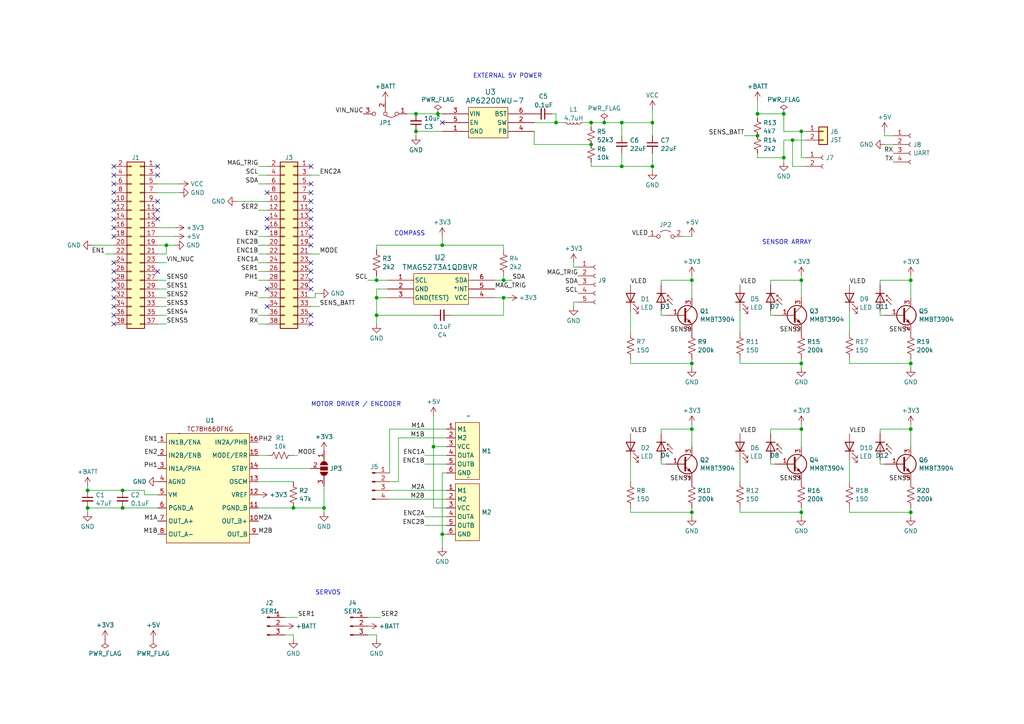
<source format=kicad_sch>
(kicad_sch (version 20230121) (generator eeschema)
  (paper "A4")
  (junction (at 200.66 148.59))
  (junction (at 264.16 105.41))
  (junction (at 200.66 81.28))
  (junction (at 200.66 124.46))
  (junction (at 232.41 148.59))
  (junction (at 232.41 105.41))
  (junction (at 25.4 142.24))
  (junction (at 146.05 81.28))
  (junction (at 189.23 35.56))
  (junction (at 128.27 71.12))
  (junction (at 264.16 124.46))
  (junction (at 175.26 35.56))
  (junction (at 180.34 48.26))
  (junction (at 219.71 39.37))
  (junction (at 93.98 147.32))
  (junction (at 125.73 129.54))
  (junction (at 35.56 142.24))
  (junction (at 232.41 124.46))
  (junction (at 180.34 35.56))
  (junction (at 48.26 71.12))
  (junction (at 120.65 33.02))
  (junction (at 232.41 38.1))
  (junction (at 109.22 81.28))
  (junction (at 171.45 35.56))
  (junction (at 171.45 41.91))
  (junction (at 227.33 33.02))
  (junction (at 227.33 45.72))
  (junction (at 264.16 81.28))
  (junction (at 120.65 38.1))
  (junction (at 232.41 81.28))
  (junction (at 128.27 154.94))
  (junction (at 219.71 33.02))
  (junction (at 146.05 86.36))
  (junction (at 229.87 40.64))
  (junction (at 127 33.02))
  (junction (at 35.56 147.32))
  (junction (at 189.23 48.26))
  (junction (at 85.09 147.32))
  (junction (at 161.29 35.56))
  (junction (at 109.22 86.36))
  (junction (at 25.4 147.32))
  (junction (at 109.22 91.44))
  (junction (at 200.66 105.41))
  (junction (at 264.16 148.59))
  (no_connect (at 33.02 60.96))
  (no_connect (at 90.17 78.74))
  (no_connect (at 33.02 86.36))
  (no_connect (at 90.17 83.82))
  (no_connect (at 45.72 78.74))
  (no_connect (at 33.02 68.58))
  (no_connect (at 90.17 66.04))
  (no_connect (at 90.17 91.44))
  (no_connect (at 33.02 81.28))
  (no_connect (at 45.72 48.26))
  (no_connect (at 45.72 50.8))
  (no_connect (at 33.02 76.2))
  (no_connect (at 90.17 81.28))
  (no_connect (at 33.02 83.82))
  (no_connect (at 33.02 58.42))
  (no_connect (at 90.17 53.34))
  (no_connect (at 90.17 58.42))
  (no_connect (at 45.72 63.5))
  (no_connect (at 90.17 76.2))
  (no_connect (at 90.17 60.96))
  (no_connect (at 90.17 68.58))
  (no_connect (at 33.02 48.26))
  (no_connect (at 33.02 91.44))
  (no_connect (at 77.47 88.9))
  (no_connect (at 90.17 93.98))
  (no_connect (at 33.02 78.74))
  (no_connect (at 77.47 55.88))
  (no_connect (at 33.02 88.9))
  (no_connect (at 45.72 60.96))
  (no_connect (at 90.17 55.88))
  (no_connect (at 90.17 48.26))
  (no_connect (at 77.47 83.82))
  (no_connect (at 45.72 58.42))
  (no_connect (at 77.47 63.5))
  (no_connect (at 90.17 63.5))
  (no_connect (at 33.02 50.8))
  (no_connect (at 33.02 66.04))
  (no_connect (at 33.02 93.98))
  (no_connect (at 33.02 55.88))
  (no_connect (at 128.27 35.56))
  (no_connect (at 90.17 71.12))
  (no_connect (at 33.02 63.5))
  (no_connect (at 33.02 53.34))
  (no_connect (at 77.47 66.04))
  (wire (pts (xy 214.63 148.59) (xy 214.63 147.32)))
  (wire (pts (xy 45.72 73.66) (xy 48.26 73.66)))
  (wire (pts (xy 189.23 39.37) (xy 189.23 35.56)))
  (wire (pts (xy 246.38 105.41) (xy 246.38 104.14)))
  (wire (pts (xy 74.93 81.28) (xy 77.47 81.28)))
  (wire (pts (xy 125.73 120.65) (xy 125.73 129.54)))
  (wire (pts (xy 128.27 68.58) (xy 128.27 71.12)))
  (wire (pts (xy 74.93 86.36) (xy 77.47 86.36)))
  (wire (pts (xy 74.93 91.44) (xy 77.47 91.44)))
  (wire (pts (xy 166.37 88.9) (xy 166.37 87.63)))
  (wire (pts (xy 25.4 140.97) (xy 25.4 142.24)))
  (wire (pts (xy 125.73 129.54) (xy 125.73 147.32)))
  (wire (pts (xy 74.93 68.58) (xy 77.47 68.58)))
  (wire (pts (xy 264.16 105.41) (xy 246.38 105.41)))
  (wire (pts (xy 264.16 124.46) (xy 264.16 129.54)))
  (wire (pts (xy 109.22 81.28) (xy 109.22 80.01)))
  (wire (pts (xy 109.22 81.28) (xy 112.395 81.28)))
  (wire (pts (xy 85.09 185.42) (xy 85.09 184.15)))
  (wire (pts (xy 146.05 86.36) (xy 146.05 91.44)))
  (wire (pts (xy 256.54 39.37) (xy 259.08 39.37)))
  (wire (pts (xy 26.67 71.12) (xy 33.02 71.12)))
  (wire (pts (xy 110.49 179.07) (xy 106.68 179.07)))
  (wire (pts (xy 146.05 71.12) (xy 128.27 71.12)))
  (wire (pts (xy 219.71 44.45) (xy 219.71 45.72)))
  (wire (pts (xy 191.77 91.44) (xy 193.04 91.44)))
  (wire (pts (xy 182.88 148.59) (xy 182.88 147.32)))
  (wire (pts (xy 113.03 137.16) (xy 113.03 124.46)))
  (wire (pts (xy 109.22 83.82) (xy 109.22 86.36)))
  (wire (pts (xy 48.26 83.82) (xy 45.72 83.82)))
  (wire (pts (xy 92.71 88.9) (xy 90.17 88.9)))
  (wire (pts (xy 191.77 81.28) (xy 200.66 81.28)))
  (wire (pts (xy 232.41 106.68) (xy 232.41 105.41)))
  (wire (pts (xy 161.29 35.56) (xy 163.83 35.56)))
  (wire (pts (xy 198.12 68.58) (xy 200.66 68.58)))
  (wire (pts (xy 129.54 137.16) (xy 128.27 137.16)))
  (wire (pts (xy 48.26 93.98) (xy 45.72 93.98)))
  (wire (pts (xy 48.26 73.66) (xy 48.26 71.12)))
  (wire (pts (xy 146.05 81.28) (xy 146.05 80.01)))
  (wire (pts (xy 109.22 184.15) (xy 106.68 184.15)))
  (wire (pts (xy 166.37 87.63) (xy 167.64 87.63)))
  (wire (pts (xy 191.77 124.46) (xy 200.66 124.46)))
  (wire (pts (xy 123.19 134.62) (xy 129.54 134.62)))
  (wire (pts (xy 91.44 86.36) (xy 90.17 86.36)))
  (wire (pts (xy 223.52 91.44) (xy 224.79 91.44)))
  (wire (pts (xy 115.57 127) (xy 129.54 127)))
  (wire (pts (xy 180.34 48.26) (xy 180.34 44.45)))
  (wire (pts (xy 227.33 45.72) (xy 227.33 40.64)))
  (wire (pts (xy 264.16 81.28) (xy 264.16 86.36)))
  (wire (pts (xy 189.23 48.26) (xy 189.23 49.53)))
  (wire (pts (xy 264.16 148.59) (xy 246.38 148.59)))
  (wire (pts (xy 223.52 81.28) (xy 232.41 81.28)))
  (wire (pts (xy 85.09 184.15) (xy 82.55 184.15)))
  (wire (pts (xy 255.27 81.28) (xy 255.27 82.55)))
  (wire (pts (xy 113.03 139.7) (xy 115.57 139.7)))
  (wire (pts (xy 74.93 139.7) (xy 85.09 139.7)))
  (wire (pts (xy 200.66 105.41) (xy 200.66 104.14)))
  (wire (pts (xy 227.33 46.99) (xy 227.33 45.72)))
  (wire (pts (xy 120.65 33.02) (xy 127 33.02)))
  (wire (pts (xy 93.98 147.32) (xy 93.98 148.59)))
  (wire (pts (xy 175.26 35.56) (xy 180.34 35.56)))
  (wire (pts (xy 255.27 134.62) (xy 256.54 134.62)))
  (wire (pts (xy 182.88 133.35) (xy 182.88 139.7)))
  (wire (pts (xy 232.41 148.59) (xy 214.63 148.59)))
  (wire (pts (xy 200.66 149.86) (xy 200.66 148.59)))
  (wire (pts (xy 255.27 124.46) (xy 255.27 125.73)))
  (wire (pts (xy 200.66 148.59) (xy 200.66 147.32)))
  (wire (pts (xy 256.54 38.1) (xy 256.54 39.37)))
  (wire (pts (xy 255.27 133.35) (xy 255.27 134.62)))
  (wire (pts (xy 92.71 50.8) (xy 90.17 50.8)))
  (wire (pts (xy 45.72 71.12) (xy 48.26 71.12)))
  (wire (pts (xy 189.23 31.75) (xy 189.23 35.56)))
  (wire (pts (xy 200.66 105.41) (xy 182.88 105.41)))
  (wire (pts (xy 232.41 148.59) (xy 232.41 147.32)))
  (wire (pts (xy 127 33.02) (xy 128.27 33.02)))
  (wire (pts (xy 191.77 124.46) (xy 191.77 125.73)))
  (wire (pts (xy 74.93 53.34) (xy 77.47 53.34)))
  (wire (pts (xy 229.87 48.26) (xy 233.68 48.26)))
  (wire (pts (xy 74.93 78.74) (xy 77.47 78.74)))
  (wire (pts (xy 246.38 148.59) (xy 246.38 147.32)))
  (wire (pts (xy 171.45 41.91) (xy 154.94 41.91)))
  (wire (pts (xy 48.26 81.28) (xy 45.72 81.28)))
  (wire (pts (xy 143.51 81.28) (xy 146.05 81.28)))
  (wire (pts (xy 264.16 105.41) (xy 264.16 104.14)))
  (wire (pts (xy 160.02 33.02) (xy 161.29 33.02)))
  (wire (pts (xy 161.29 33.02) (xy 161.29 35.56)))
  (wire (pts (xy 115.57 139.7) (xy 115.57 127)))
  (wire (pts (xy 30.48 73.66) (xy 33.02 73.66)))
  (wire (pts (xy 118.11 33.02) (xy 120.65 33.02)))
  (wire (pts (xy 74.93 132.08) (xy 77.47 132.08)))
  (wire (pts (xy 200.66 80.01) (xy 200.66 81.28)))
  (wire (pts (xy 232.41 45.72) (xy 233.68 45.72)))
  (wire (pts (xy 147.32 86.36) (xy 146.05 86.36)))
  (wire (pts (xy 146.05 86.36) (xy 143.51 86.36)))
  (wire (pts (xy 41.91 143.51) (xy 41.91 142.24)))
  (wire (pts (xy 227.33 40.64) (xy 229.87 40.64)))
  (wire (pts (xy 74.93 76.2) (xy 77.47 76.2)))
  (wire (pts (xy 264.16 148.59) (xy 264.16 147.32)))
  (wire (pts (xy 232.41 105.41) (xy 232.41 104.14)))
  (wire (pts (xy 68.58 58.42) (xy 77.47 58.42)))
  (wire (pts (xy 113.03 124.46) (xy 129.54 124.46)))
  (wire (pts (xy 74.93 50.8) (xy 77.47 50.8)))
  (wire (pts (xy 48.26 86.36) (xy 45.72 86.36)))
  (wire (pts (xy 200.66 106.68) (xy 200.66 105.41)))
  (wire (pts (xy 166.37 76.2) (xy 166.37 77.47)))
  (wire (pts (xy 232.41 124.46) (xy 232.41 129.54)))
  (wire (pts (xy 41.91 143.51) (xy 45.72 143.51)))
  (wire (pts (xy 128.27 137.16) (xy 128.27 154.94)))
  (wire (pts (xy 219.71 29.21) (xy 219.71 33.02)))
  (wire (pts (xy 264.16 149.86) (xy 264.16 148.59)))
  (wire (pts (xy 200.66 81.28) (xy 200.66 86.36)))
  (wire (pts (xy 45.72 53.34) (xy 52.07 53.34)))
  (wire (pts (xy 246.38 133.35) (xy 246.38 139.7)))
  (wire (pts (xy 146.05 81.28) (xy 148.59 81.28)))
  (wire (pts (xy 85.09 132.08) (xy 86.36 132.08)))
  (wire (pts (xy 106.68 81.28) (xy 109.22 81.28)))
  (wire (pts (xy 200.66 148.59) (xy 182.88 148.59)))
  (wire (pts (xy 219.71 34.29) (xy 219.71 33.02)))
  (wire (pts (xy 109.22 71.12) (xy 109.22 72.39)))
  (wire (pts (xy 109.22 185.42) (xy 109.22 184.15)))
  (wire (pts (xy 125.73 129.54) (xy 129.54 129.54)))
  (wire (pts (xy 74.93 135.89) (xy 90.17 135.89)))
  (wire (pts (xy 246.38 90.17) (xy 246.38 96.52)))
  (wire (pts (xy 48.26 88.9) (xy 45.72 88.9)))
  (wire (pts (xy 35.56 142.24) (xy 25.4 142.24)))
  (wire (pts (xy 227.33 38.1) (xy 232.41 38.1)))
  (wire (pts (xy 223.52 124.46) (xy 232.41 124.46)))
  (wire (pts (xy 264.16 80.01) (xy 264.16 81.28)))
  (wire (pts (xy 113.03 142.24) (xy 129.54 142.24)))
  (wire (pts (xy 123.19 132.08) (xy 129.54 132.08)))
  (wire (pts (xy 109.22 91.44) (xy 109.22 93.98)))
  (wire (pts (xy 171.45 48.26) (xy 171.45 46.99)))
  (wire (pts (xy 180.34 39.37) (xy 180.34 35.56)))
  (wire (pts (xy 191.77 81.28) (xy 191.77 82.55)))
  (wire (pts (xy 168.91 35.56) (xy 171.45 35.56)))
  (wire (pts (xy 232.41 105.41) (xy 214.63 105.41)))
  (wire (pts (xy 264.16 106.68) (xy 264.16 105.41)))
  (wire (pts (xy 264.16 123.19) (xy 264.16 124.46)))
  (wire (pts (xy 91.44 85.09) (xy 92.71 85.09)))
  (wire (pts (xy 171.45 35.56) (xy 175.26 35.56)))
  (wire (pts (xy 166.37 77.47) (xy 167.64 77.47)))
  (wire (pts (xy 232.41 38.1) (xy 232.41 45.72)))
  (wire (pts (xy 112.395 83.82) (xy 109.22 83.82)))
  (wire (pts (xy 232.41 81.28) (xy 232.41 86.36)))
  (wire (pts (xy 48.26 76.2) (xy 45.72 76.2)))
  (wire (pts (xy 74.93 73.66) (xy 77.47 73.66)))
  (wire (pts (xy 229.87 40.64) (xy 233.68 40.64)))
  (wire (pts (xy 191.77 133.35) (xy 191.77 134.62)))
  (wire (pts (xy 191.77 90.17) (xy 191.77 91.44)))
  (wire (pts (xy 232.41 80.01) (xy 232.41 81.28)))
  (wire (pts (xy 256.54 41.91) (xy 259.08 41.91)))
  (wire (pts (xy 171.45 48.26) (xy 180.34 48.26)))
  (wire (pts (xy 25.4 148.59) (xy 25.4 147.32)))
  (wire (pts (xy 154.94 35.56) (xy 161.29 35.56)))
  (wire (pts (xy 223.52 134.62) (xy 224.79 134.62)))
  (wire (pts (xy 146.05 91.44) (xy 130.81 91.44)))
  (wire (pts (xy 255.27 81.28) (xy 264.16 81.28)))
  (wire (pts (xy 219.71 33.02) (xy 227.33 33.02)))
  (wire (pts (xy 109.22 86.36) (xy 109.22 91.44)))
  (wire (pts (xy 129.54 147.32) (xy 125.73 147.32)))
  (wire (pts (xy 45.72 66.04) (xy 50.8 66.04)))
  (wire (pts (xy 48.26 71.12) (xy 50.8 71.12)))
  (wire (pts (xy 180.34 48.26) (xy 189.23 48.26)))
  (wire (pts (xy 232.41 149.86) (xy 232.41 148.59)))
  (wire (pts (xy 200.66 123.19) (xy 200.66 124.46)))
  (wire (pts (xy 113.03 144.78) (xy 129.54 144.78)))
  (wire (pts (xy 91.44 85.09) (xy 91.44 86.36)))
  (wire (pts (xy 120.65 38.1) (xy 120.65 39.37)))
  (wire (pts (xy 45.72 55.88) (xy 52.07 55.88)))
  (wire (pts (xy 74.93 60.96) (xy 77.47 60.96)))
  (wire (pts (xy 189.23 44.45) (xy 189.23 48.26)))
  (wire (pts (xy 120.65 38.1) (xy 128.27 38.1)))
  (wire (pts (xy 109.22 91.44) (xy 125.73 91.44)))
  (wire (pts (xy 123.19 152.4) (xy 129.54 152.4)))
  (wire (pts (xy 223.52 81.28) (xy 223.52 82.55)))
  (wire (pts (xy 223.52 124.46) (xy 223.52 125.73)))
  (wire (pts (xy 223.52 133.35) (xy 223.52 134.62)))
  (wire (pts (xy 74.93 147.32) (xy 85.09 147.32)))
  (wire (pts (xy 214.63 133.35) (xy 214.63 139.7)))
  (wire (pts (xy 123.19 149.86) (xy 129.54 149.86)))
  (wire (pts (xy 128.27 154.94) (xy 129.54 154.94)))
  (wire (pts (xy 171.45 36.83) (xy 171.45 35.56)))
  (wire (pts (xy 74.93 93.98) (xy 77.47 93.98)))
  (wire (pts (xy 128.27 154.94) (xy 128.27 158.75)))
  (wire (pts (xy 182.88 90.17) (xy 182.88 96.52)))
  (wire (pts (xy 214.63 105.41) (xy 214.63 104.14)))
  (wire (pts (xy 35.56 147.32) (xy 45.72 147.32)))
  (wire (pts (xy 180.34 35.56) (xy 189.23 35.56)))
  (wire (pts (xy 200.66 124.46) (xy 200.66 129.54)))
  (wire (pts (xy 41.91 142.24) (xy 35.56 142.24)))
  (wire (pts (xy 255.27 124.46) (xy 264.16 124.46)))
  (wire (pts (xy 182.88 105.41) (xy 182.88 104.14)))
  (wire (pts (xy 48.26 91.44) (xy 45.72 91.44)))
  (wire (pts (xy 215.9 39.37) (xy 219.71 39.37)))
  (wire (pts (xy 25.4 147.32) (xy 35.56 147.32)))
  (wire (pts (xy 232.41 38.1) (xy 233.68 38.1)))
  (wire (pts (xy 109.22 86.36) (xy 112.395 86.36)))
  (wire (pts (xy 255.27 91.44) (xy 256.54 91.44)))
  (wire (pts (xy 219.71 45.72) (xy 227.33 45.72)))
  (wire (pts (xy 74.93 71.12) (xy 77.47 71.12)))
  (wire (pts (xy 146.05 72.39) (xy 146.05 71.12)))
  (wire (pts (xy 255.27 90.17) (xy 255.27 91.44)))
  (wire (pts (xy 45.72 68.58) (xy 50.8 68.58)))
  (wire (pts (xy 92.71 73.66) (xy 90.17 73.66)))
  (wire (pts (xy 154.94 41.91) (xy 154.94 38.1)))
  (wire (pts (xy 74.93 48.26) (xy 77.47 48.26)))
  (wire (pts (xy 86.36 179.07) (xy 82.55 179.07)))
  (wire (pts (xy 227.33 33.02) (xy 227.33 38.1)))
  (wire (pts (xy 128.27 71.12) (xy 109.22 71.12)))
  (wire (pts (xy 232.41 123.19) (xy 232.41 124.46)))
  (wire (pts (xy 93.98 147.32) (xy 85.09 147.32)))
  (wire (pts (xy 229.87 40.64) (xy 229.87 48.26)))
  (wire (pts (xy 191.77 134.62) (xy 193.04 134.62)))
  (wire (pts (xy 214.63 90.17) (xy 214.63 96.52)))
  (wire (pts (xy 93.98 147.32) (xy 93.98 140.97)))
  (wire (pts (xy 223.52 90.17) (xy 223.52 91.44)))
  (text "COMPASS" (at 114.3 68.58 0) (effects (font (size 1.27 1.27)) (justify left bottom)))
  (text "EXTERNAL 5V POWER" (at 137.16 22.86 0) (effects (font (size 1.27 1.27)) (justify left bottom)))
  (text "SERVOS\n" (at 91.44 172.72 0) (effects (font (size 1.27 1.27)) (justify left bottom)))
  (text "MOTOR DRIVER / ENCODER" (at 90.17 118.11 0) (effects (font (size 1.27 1.27)) (justify left bottom)))
  (text "SENSOR ARRAY" (at 220.98 71.12 0) (effects (font (size 1.27 1.27)) (justify left bottom)))
  (label "SENS0" (at 48.26 81.28 0))
  (label "SDA" (at 148.59 81.28 0))
  (label "SENS2" (at 48.26 86.36 0))
  (label "ENC2A" (at 123.19 149.86 180))
  (label "PH1" (at 74.93 81.28 180))
  (label "VLED" (at 182.88 82.55 0))
  (label "SER1" (at 74.93 78.74 180))
  (label "VLED" (at 246.38 82.55 0))
  (label "ENC1B" (at 74.93 73.66 180))
  (label "MAG_TRIG" (at 74.93 48.26 180))
  (label "RX" (at 74.93 93.98 180))
  (label "SCL" (at 167.64 85.09 180))
  (label "SDA" (at 74.93 53.34 180))
  (label "ENC2B" (at 123.19 152.4 180))
  (label "SENS5" (at 264.16 139.7 180))
  (label "M2A" (at 74.93 151.13 0))
  (label "MODE" (at 92.71 73.66 0))
  (label "ENC1A" (at 74.93 76.2 180))
  (label "SCL" (at 74.93 50.8 180))
  (label "M1A" (at 45.72 151.13 180))
  (label "SENS1" (at 200.66 139.7 180))
  (label "EN1" (at 45.72 128.27 180))
  (label "EN2" (at 74.93 68.58 180))
  (label "TX" (at 74.93 91.44 180))
  (label "VLED" (at 214.63 125.73 0))
  (label "ENC2A" (at 92.71 50.8 0))
  (label "SENS3" (at 232.41 139.7 180))
  (label "SENS_BATT" (at 215.9 39.37 180))
  (label "VLED" (at 187.96 68.58 180))
  (label "RX" (at 259.08 44.45 180))
  (label "ENC1A" (at 123.19 132.08 180))
  (label "MAG_TRIG" (at 143.51 83.82 0))
  (label "TX" (at 259.08 46.99 180))
  (label "M1B" (at 45.72 154.94 180))
  (label "PH2" (at 74.93 86.36 180))
  (label "SENS4" (at 48.26 91.44 0))
  (label "EN1" (at 30.48 73.66 180))
  (label "M2B" (at 74.93 154.94 0))
  (label "MODE" (at 86.36 132.08 0))
  (label "SENS3" (at 48.26 88.9 0))
  (label "PH1" (at 45.72 135.89 180))
  (label "SER2" (at 74.93 60.96 180))
  (label "VLED" (at 246.38 125.73 0))
  (label "MAG_TRIG" (at 167.64 80.01 180))
  (label "SENS0" (at 200.66 96.52 180))
  (label "M2A" (at 123.19 142.24 180))
  (label "M2B" (at 123.19 144.78 180))
  (label "SDA" (at 167.64 82.55 180))
  (label "SENS4" (at 264.16 96.52 180))
  (label "VIN_NUC" (at 105.41 33.02 180))
  (label "SENS5" (at 48.26 93.98 0))
  (label "SENS1" (at 48.26 83.82 0))
  (label "PH2" (at 74.93 128.27 0))
  (label "SER1" (at 86.36 179.07 0))
  (label "SER2" (at 110.49 179.07 0))
  (label "ENC1B" (at 123.19 134.62 180))
  (label "EN2" (at 45.72 132.08 180))
  (label "SCL" (at 106.68 81.28 180))
  (label "VLED" (at 182.88 125.73 0))
  (label "SENS2" (at 232.41 96.52 180))
  (label "M1A" (at 123.19 124.46 180))
  (label "VLED" (at 214.63 82.55 0))
  (label "VIN_NUC" (at 48.26 76.2 0))
  (label "ENC2B" (at 74.93 71.12 180))
  (label "M1B" (at 123.19 127 180))
  (label "SENS_BATT" (at 92.71 88.9 0))
  (symbol (lib_id "power:+3V3") (at 232.41 80.01 0) (unit 1)
    (property "Reference" "#PWR037" (effects hide))
    (property "Value" "+3V3" (at 232.41 75.8769 0))
  )
  (symbol (lib_id "power:+3V3") (at 50.8 66.04 270) (unit 1)
    (property "Reference" "#PWR08" (effects hide))
    (property "Value" "+3V3" (at 53.975 66.04 90) (effects (justify left)))
  )
  (symbol (lib_id "Connector:Conn_01x03_Pin") (at 101.6 181.61 0) (unit 1)
    (property "Reference" "J4" (at 102.235 174.8495 0))
    (property "Value" "SER2" (at 102.235 177.2737 0))
    (property "Footprint" "Connector_PinHeader_2.54mm:PinHeader_1x03_P2.54mm_Vertical" (effects hide))
  )
  (symbol (lib_id "power:GND") (at 109.22 185.42 0) (unit 1)
    (property "Reference" "#PWR020" (effects hide))
    (property "Value" "GND" (at 109.22 189.5531 0))
  )
  (symbol (lib_id "Device:C_Small") (at 120.65 35.56 0) (mirror x) (unit 1)
    (property "Reference" "C3" (at 122.9741 36.7658 0) (effects (justify left)))
    (property "Value" "10uF" (at 122.9741 34.3416 0) (effects (justify left)))
    (property "Footprint" "Capacitor_SMD:C_0805_2012Metric_Pad1.18x1.45mm_HandSolder" (effects hide))
  )
  (symbol (lib_id "Device:R_Small_US") (at 171.45 44.45 0) (unit 1)
    (property "Reference" "R6" (at 173.101 43.2379 0) (effects (justify left)))
    (property "Value" "10k" (at 173.101 45.6621 0) (effects (justify left)))
    (property "Footprint" "Resistor_SMD:R_0805_2012Metric_Pad1.20x1.40mm_HandSolder" (effects hide))
  )
  (symbol (lib_id "power:+BATT") (at 219.71 29.21 0) (unit 1)
    (property "Reference" "#PWR035" (effects hide))
    (property "Value" "+BATT" (at 219.71 25.0769 0))
  )
  (symbol (lib_id "Device:R_US") (at 264.16 143.51 0) (unit 1)
    (property "Reference" "R20" (at 265.811 142.2979 0) (effects (justify left)))
    (property "Value" "200k" (at 265.811 144.7221 0) (effects (justify left)))
    (property "Footprint" "Resistor_SMD:R_0805_2012Metric_Pad1.20x1.40mm_HandSolder" (effects hide))
  )
  (symbol (lib_id "power:+BATT") (at 111.76 29.21 0) (unit 1)
    (property "Reference" "#PWR021" (effects hide))
    (property "Value" "+BATT" (at 111.76 25.0769 0))
  )
  (symbol (lib_id "Transistor_BJT:MMBT3904") (at 198.12 91.44 0) (unit 1)
    (property "Reference" "Q1" (at 202.9714 90.2279 0) (effects (justify left)))
    (property "Value" "MMBT3904" (at 202.9714 92.6521 0) (effects (justify left)))
    (property "Footprint" "Package_TO_SOT_SMD:SOT-23_Handsoldering" (effects hide))
    (property "Datasheet" "https://www.onsemi.com/pdf/datasheet/pzt3904-d.pdf" (effects hide))
  )
  (symbol (lib_id "Device:LED") (at 182.88 86.36 90) (unit 1)
    (property "Reference" "D1" (at 185.801 86.7354 90) (effects (justify right)))
    (property "Value" "LED" (at 185.801 89.1596 90) (effects (justify right)))
    (property "Footprint" "LED_THT:LED_D3.0mm" (effects hide))
  )
  (symbol (lib_id "power:GND") (at 120.65 39.37 0) (unit 1)
    (property "Reference" "#PWR022" (effects hide))
    (property "Value" "GND" (at 120.65 43.5031 0))
  )
  (symbol (lib_id "power:+3V3") (at 74.93 143.51 270) (unit 1)
    (property "Reference" "#PWR01" (effects hide))
    (property "Value" "+3V3" (at 78.105 143.51 90) (effects (justify left)))
  )
  (symbol (lib_id "power:VCC") (at 52.07 53.34 270) (unit 1)
    (property "Reference" "#PWR011" (effects hide))
    (property "Value" "VCC" (at 55.245 53.34 90) (effects (justify left)))
  )
  (symbol (lib_id "Device:R_US") (at 146.05 76.2 0) (unit 1)
    (property "Reference" "R4" (at 147.701 74.9879 0) (effects (justify left)))
    (property "Value" "2k2" (at 147.701 77.4121 0) (effects (justify left)))
    (property "Footprint" "Resistor_SMD:R_0805_2012Metric_Pad1.20x1.40mm_HandSolder" (effects hide))
  )
  (symbol (lib_id "TMAG5273A1QDBVR:TMAG5273A1QDBVR") (at 102.235 84.455 0) (unit 1)
    (property "Reference" "U2" (at 127.635 74.6813 0) (effects (font (size 1.524 1.524))))
    (property "Value" "TMAG5273A1QDBVR" (at 127.635 77.5141 0) (effects (font (size 1.524 1.524))))
    (property "Footprint" "Package_TO_SOT_SMD:TSOT-23-6_HandSoldering" (effects hide))
    (property "Datasheet" "TMAG5273A1QDBVR" (effects hide))
  )
  (symbol (lib_id "power:GND") (at 109.22 93.98 0) (unit 1)
    (property "Reference" "#PWR023" (effects hide))
    (property "Value" "GND" (at 109.22 98.1131 0))
  )
  (symbol (lib_id "power:+3V3") (at 264.16 123.19 0) (unit 1)
    (property "Reference" "#PWR045" (effects hide))
    (property "Value" "+3V3" (at 264.16 119.0569 0))
  )
  (symbol (lib_id "Device:D_Photo") (at 191.77 87.63 270) (unit 1)
    (property "Reference" "D3" (at 194.31 88.9 90) (effects (justify right)))
    (property "Value" "D_Photo" (effects hide))
    (property "Footprint" "LED_THT:LED_D5.0mm" (effects hide))
  )
  (symbol (lib_id "Jumper:Jumper_3_Bridged12") (at 111.76 33.02 180) (unit 1)
    (property "Reference" "JP1" (at 111.76 35.6043 0))
    (property "Value" "Jumper_3_Bridged12" (effects hide))
    (property "Footprint" "Connector_PinHeader_2.54mm:PinHeader_1x03_P2.54mm_Vertical" (effects hide))
  )
  (symbol (lib_id "power:GND") (at 52.07 55.88 90) (unit 1)
    (property "Reference" "#PWR012" (effects hide))
    (property "Value" "GND" (at 55.245 55.88 90) (effects (justify right)))
  )
  (symbol (lib_id "Transistor_BJT:MMBT3904") (at 229.87 91.44 0) (unit 1)
    (property "Reference" "Q3" (at 234.7214 90.2279 0) (effects (justify left)))
    (property "Value" "MMBT3904" (at 234.7214 92.6521 0) (effects (justify left)))
    (property "Footprint" "Package_TO_SOT_SMD:SOT-23_Handsoldering" (effects hide))
    (property "Datasheet" "https://www.onsemi.com/pdf/datasheet/pzt3904-d.pdf" (effects hide))
  )
  (symbol (lib_id "Device:C_Small") (at 35.56 144.78 0) (unit 1)
    (property "Reference" "C2" (at 37.8841 143.5742 0) (effects (justify left)))
    (property "Value" "0.1uF" (at 37.8841 145.9984 0) (effects (justify left)))
    (property "Footprint" "Capacitor_SMD:C_0805_2012Metric_Pad1.18x1.45mm_HandSolder" (effects hide))
  )
  (symbol (lib_id "power:+3V3") (at 200.66 123.19 0) (unit 1)
    (property "Reference" "#PWR033" (effects hide))
    (property "Value" "+3V3" (at 200.66 119.0569 0))
  )
  (symbol (lib_id "Device:C_Small") (at 128.27 91.44 90) (mirror x) (unit 1)
    (property "Reference" "C4" (at 128.2763 97.1464 90))
    (property "Value" "0.1uF" (at 128.2763 94.7222 90))
    (property "Footprint" "Capacitor_SMD:C_0805_2012Metric_Pad1.18x1.45mm_HandSolder" (effects hide))
  )
  (symbol (lib_id "Device:D_Photo") (at 223.52 130.81 270) (unit 1)
    (property "Reference" "D8" (at 226.06 132.08 90) (effects (justify right)))
    (property "Value" "D_Photo" (effects hide))
    (property "Footprint" "LED_THT:LED_D5.0mm" (effects hide))
  )
  (symbol (lib_id "Device:R_US") (at 85.09 143.51 0) (unit 1)
    (property "Reference" "R2" (at 86.741 142.2979 0) (effects (justify left)))
    (property "Value" "47k" (at 86.741 144.7221 0) (effects (justify left)))
    (property "Footprint" "Resistor_SMD:R_0805_2012Metric_Pad1.20x1.40mm_HandSolder" (effects hide))
  )
  (symbol (lib_id "Device:C_Small") (at 25.4 144.78 0) (unit 1)
    (property "Reference" "C1" (at 27.7241 143.5742 0) (effects (justify left)))
    (property "Value" "47uF" (at 27.7241 145.9984 0) (effects (justify left)))
    (property "Footprint" "Capacitor_THT:C_Radial_D5.0mm_H7.0mm_P2.00mm" (effects hide))
  )
  (symbol (lib_id "Device:R_US") (at 200.66 100.33 0) (unit 1)
    (property "Reference" "R9" (at 202.311 99.1179 0) (effects (justify left)))
    (property "Value" "200k" (at 202.311 101.5421 0) (effects (justify left)))
    (property "Footprint" "Resistor_SMD:R_0805_2012Metric_Pad1.20x1.40mm_HandSolder" (effects hide))
  )
  (symbol (lib_id "power:+5V") (at 200.66 68.58 0) (unit 1)
    (property "Reference" "#PWR030" (effects hide))
    (property "Value" "+5V" (at 200.66 64.4469 0))
  )
  (symbol (lib_id "power:GND") (at 232.41 149.86 0) (unit 1)
    (property "Reference" "#PWR040" (effects hide))
    (property "Value" "GND" (at 232.41 153.9931 0))
  )
  (symbol (lib_id "power:+3V3") (at 200.66 80.01 0) (unit 1)
    (property "Reference" "#PWR031" (effects hide))
    (property "Value" "+3V3" (at 200.66 75.8769 0))
  )
  (symbol (lib_id "Device:LED") (at 214.63 86.36 90) (unit 1)
    (property "Reference" "D5" (at 217.551 86.7354 90) (effects (justify right)))
    (property "Value" "LED" (at 217.551 89.1596 90) (effects (justify right)))
    (property "Footprint" "LED_THT:LED_D3.0mm" (effects hide))
  )
  (symbol (lib_id "MainBoard:TC78H660FNG") (at 60.96 123.19 0) (unit 1)
    (property "Reference" "U1" (at 60.96 121.92 0))
    (property "Value" "~" (at 52.07 125.73 0))
    (property "Footprint" "Package_SO:TSSOP-16_4.4x5mm_P0.65mm" (effects hide))
    (property "Datasheet" "https://toshiba.semicon-storage.com/info/TC78H660FNG_datasheet_en_20200908.pdf?did=69605&prodName=TC78H660FNG" (effects hide))
  )
  (symbol (lib_id "power:+3V3") (at 128.27 68.58 0) (unit 1)
    (property "Reference" "#PWR026" (effects hide))
    (property "Value" "+3V3" (at 128.27 64.4469 0))
  )
  (symbol (lib_id "power:GND") (at 25.4 148.59 0) (unit 1)
    (property "Reference" "#PWR06" (effects hide))
    (property "Value" "GND" (at 25.4 152.7231 0))
  )
  (symbol (lib_id "power:+BATT") (at 25.4 140.97 0) (unit 1)
    (property "Reference" "#PWR05" (effects hide))
    (property "Value" "+BATT" (at 25.4 136.8369 0))
  )
  (symbol (lib_id "Jumper:SolderJumper_3_Open") (at 93.98 135.89 270) (unit 1)
    (property "Reference" "JP3" (at 95.631 135.89 90) (effects (justify left)))
    (property "Value" "SolderJumper_3_Bridged12" (effects hide))
    (property "Footprint" "Jumper:SolderJumper-3_P2.0mm_Open_TrianglePad1.0x1.5mm" (effects hide))
  )
  (symbol (lib_id "Connector:Conn_01x02_Socket") (at 238.76 45.72 0) (unit 1)
    (property "Reference" "J7" (at 239.4712 45.7779 0) (effects (justify left)))
    (property "Value" "Conn_01x02_Socket" (effects hide))
    (property "Footprint" "Connector_PinSocket_2.54mm:PinSocket_1x02_P2.54mm_Vertical" (effects hide))
  )
  (symbol (lib_id "power:GND") (at 200.66 149.86 0) (unit 1)
    (property "Reference" "#PWR034" (effects hide))
    (property "Value" "GND" (at 200.66 153.9931 0))
  )
  (symbol (lib_id "Jumper:Jumper_2_Open") (at 193.04 68.58 0) (unit 1)
    (property "Reference" "JP2" (at 193.04 65.2089 0))
    (property "Value" "Jumper_2_Open" (effects hide))
    (property "Footprint" "Connector_PinHeader_2.54mm:PinHeader_1x02_P2.54mm_Vertical" (effects hide))
  )
  (symbol (lib_id "Device:R_US") (at 109.22 76.2 0) (unit 1)
    (property "Reference" "R3" (at 110.871 74.9879 0) (effects (justify left)))
    (property "Value" "2k2" (at 110.871 77.4121 0) (effects (justify left)))
    (property "Footprint" "Resistor_SMD:R_0805_2012Metric_Pad1.20x1.40mm_HandSolder" (effects hide))
  )
  (symbol (lib_id "Connector:Conn_01x05_Socket") (at 172.72 82.55 0) (unit 1)
    (property "Reference" "J9" (at 173.4312 81.3379 0) (effects (justify left)))
    (property "Value" "Conn_01x05_Socket" (effects hide))
    (property "Footprint" "Connector_PinHeader_2.54mm:PinHeader_1x05_P2.54mm_Vertical" (effects hide))
  )
  (symbol (lib_id "power:GND") (at 93.98 148.59 0) (unit 1)
    (property "Reference" "#PWR018" (effects hide))
    (property "Value" "GND" (at 93.98 152.7231 0))
  )
  (symbol (lib_id "power:GND") (at 166.37 88.9 0) (unit 1)
    (property "Reference" "#PWR017" (effects hide))
    (property "Value" "GND" (at 166.37 93.0331 0))
  )
  (symbol (lib_id "power:GND") (at 227.33 46.99 0) (unit 1)
    (property "Reference" "#PWR036" (effects hide))
    (property "Value" "GND" (at 227.33 51.1231 0))
  )
  (symbol (lib_id "Device:R_US") (at 182.88 100.33 0) (unit 1)
    (property "Reference" "R7" (at 184.531 99.1179 0) (effects (justify left)))
    (property "Value" "150" (at 184.531 101.5421 0) (effects (justify left)))
    (property "Footprint" "Resistor_SMD:R_0805_2012Metric_Pad1.20x1.40mm_HandSolder" (effects hide))
  )
  (symbol (lib_id "Device:R_Small_US") (at 219.71 41.91 0) (unit 1)
    (property "Reference" "R14" (at 221.361 40.6979 0) (effects (justify left)))
    (property "Value" "2k2" (at 221.361 43.1221 0) (effects (justify left)))
    (property "Footprint" "Resistor_SMD:R_0805_2012Metric_Pad1.20x1.40mm_HandSolder" (effects hide))
  )
  (symbol (lib_id "power:GND") (at 264.16 106.68 0) (unit 1)
    (property "Reference" "#PWR044" (effects hide))
    (property "Value" "GND" (at 264.16 110.8131 0))
  )
  (symbol (lib_id "power:GND") (at 26.67 71.12 270) (unit 1)
    (property "Reference" "#PWR02" (effects hide))
    (property "Value" "GND" (at 23.4951 71.12 90) (effects (justify right)))
  )
  (symbol (lib_id "power:+5V") (at 50.8 68.58 270) (unit 1)
    (property "Reference" "#PWR09" (effects hide))
    (property "Value" "+5V" (at 53.975 68.58 90) (effects (justify left)))
  )
  (symbol (lib_id "power:GND") (at 85.09 185.42 0) (unit 1)
    (property "Reference" "#PWR016" (effects hide))
    (property "Value" "GND" (at 85.09 189.5531 0))
  )
  (symbol (lib_id "power:+3V3") (at 93.98 130.81 0) (unit 1)
    (property "Reference" "#PWR03" (effects hide))
    (property "Value" "+3V3" (at 93.98 126.6769 0))
  )
  (symbol (lib_id "power:GND") (at 232.41 106.68 0) (unit 1)
    (property "Reference" "#PWR038" (effects hide))
    (property "Value" "GND" (at 232.41 110.8131 0))
  )
  (symbol (lib_id "Device:C_Small") (at 180.34 41.91 0) (unit 1)
    (property "Reference" "C6" (at 182.6641 40.7042 0) (effects (justify left)))
    (property "Value" "22uF" (at 182.6641 43.1284 0) (effects (justify left)))
    (property "Footprint" "Capacitor_SMD:C_0805_2012Metric_Pad1.18x1.45mm_HandSolder" (effects hide))
  )
  (symbol (lib_id "power:GND") (at 200.66 106.68 0) (unit 1)
    (property "Reference" "#PWR032" (effects hide))
    (property "Value" "GND" (at 200.66 110.8131 0))
  )
  (symbol (lib_id "Device:C_Small") (at 189.23 41.91 0) (unit 1)
    (property "Reference" "C7" (at 191.5541 40.7042 0) (effects (justify left)))
    (property "Value" "22uF" (at 191.5541 43.1284 0) (effects (justify left)))
    (property "Footprint" "Capacitor_SMD:C_0805_2012Metric_Pad1.18x1.45mm_HandSolder" (effects hide))
  )
  (symbol (lib_id "Device:L_Small") (at 166.37 35.56 90) (mirror x) (unit 1)
    (property "Reference" "L1" (at 166.37 31.75 90))
    (property "Value" "4.7uH" (at 166.37 34.29 90))
    (property "Footprint" "Inductor_SMD:L_0805_2012Metric_Pad1.15x1.40mm_HandSolder" (effects hide))
  )
  (symbol (lib_id "Device:R_US") (at 200.66 143.51 0) (unit 1)
    (property "Reference" "R10" (at 202.311 142.2979 0) (effects (justify left)))
    (property "Value" "200k" (at 202.311 144.7221 0) (effects (justify left)))
    (property "Footprint" "Resistor_SMD:R_0805_2012Metric_Pad1.20x1.40mm_HandSolder" (effects hide))
  )
  (symbol (lib_id "Connector_Generic:Conn_02x19_Odd_Even") (at 40.64 71.12 0) (mirror y) (unit 1)
    (property "Reference" "J1" (at 39.37 45.72 0))
    (property "Value" "Conn_02x19_Odd_Even" (effects hide))
    (property "Footprint" "Connector_PinSocket_2.54mm:PinSocket_2x19_P2.54mm_Vertical" (effects hide))
  )
  (symbol (lib_id "AP62200WU_7:AP62200WU-7") (at 121.92 34.29 0) (mirror x) (unit 1)
    (property "Reference" "U3" (at 142.24 26.67 0) (effects (font (size 1.524 1.524))))
    (property "Value" "AP62200WU-7" (at 143.51 29.21 0) (effects (font (size 1.524 1.524))))
    (property "Footprint" "Package_TO_SOT_SMD:TSOT-23-6_HandSoldering" (effects hide))
    (property "Datasheet" "AP62200WU-7" (effects hide))
  )
  (symbol (lib_id "power:GND") (at 45.72 139.7 270) (unit 1)
    (property "Reference" "#PWR013" (effects hide))
    (property "Value" "GND" (at 42.5451 139.7 90) (effects (justify right)))
  )
  (symbol (lib_id "power:GND") (at 128.27 158.75 0) (unit 1)
    (property "Reference" "#PWR025" (effects hide))
    (property "Value" "GND" (at 128.27 162.8831 0))
  )
  (symbol (lib_id "Connector:Conn_01x04_Socket") (at 264.16 41.91 0) (unit 1)
    (property "Reference" "J8" (at 264.8712 41.9679 0) (effects (justify left)))
    (property "Value" "UART" (at 264.8712 44.3921 0) (effects (justify left)))
    (property "Footprint" "Connector_PinSocket_2.54mm:PinSocket_1x04_P2.54mm_Vertical" (effects hide))
  )
  (symbol (lib_id "Device:R_US") (at 214.63 100.33 0) (unit 1)
    (property "Reference" "R11" (at 216.281 99.1179 0) (effects (justify left)))
    (property "Value" "150" (at 216.281 101.5421 0) (effects (justify left)))
    (property "Footprint" "Resistor_SMD:R_0805_2012Metric_Pad1.20x1.40mm_HandSolder" (effects hide))
  )
  (symbol (lib_id "Connector:Conn_01x03_Pin") (at 77.47 181.61 0) (unit 1)
    (property "Reference" "J2" (at 78.105 174.8495 0))
    (property "Value" "SER1" (at 78.105 177.2737 0))
    (property "Footprint" "Connector_PinHeader_2.54mm:PinHeader_1x03_P2.54mm_Vertical" (effects hide))
  )
  (symbol (lib_id "power:PWR_FLAG") (at 175.26 35.56 0) (unit 1)
    (property "Reference" "#FLG05" (effects hide))
    (property "Value" "PWR_FLAG" (at 175.26 31.4269 0))
  )
  (symbol (lib_id "Device:R_US") (at 214.63 143.51 0) (unit 1)
    (property "Reference" "R12" (at 216.281 142.2979 0) (effects (justify left)))
    (property "Value" "150" (at 216.281 144.7221 0) (effects (justify left)))
    (property "Footprint" "Resistor_SMD:R_0805_2012Metric_Pad1.20x1.40mm_HandSolder" (effects hide))
  )
  (symbol (lib_id "Transistor_BJT:MMBT3904") (at 198.12 134.62 0) (unit 1)
    (property "Reference" "Q2" (at 202.9714 133.4079 0) (effects (justify left)))
    (property "Value" "MMBT3904" (at 202.9714 135.8321 0) (effects (justify left)))
    (property "Footprint" "Package_TO_SOT_SMD:SOT-23_Handsoldering" (effects hide))
    (property "Datasheet" "https://www.onsemi.com/pdf/datasheet/pzt3904-d.pdf" (effects hide))
  )
  (symbol (lib_id "power:VCC") (at 189.23 31.75 0) (unit 1)
    (property "Reference" "#PWR028" (effects hide))
    (property "Value" "VCC" (at 189.23 27.6169 0))
  )
  (symbol (lib_id "Device:R_US") (at 81.28 132.08 90) (unit 1)
    (property "Reference" "R1" (at 81.28 127.0467 90))
    (property "Value" "10k" (at 81.28 129.4709 90))
    (property "Footprint" "Resistor_SMD:R_0805_2012Metric_Pad1.20x1.40mm_HandSolder" (effects hide))
  )
  (symbol (lib_id "Device:R_US") (at 246.38 100.33 0) (unit 1)
    (property "Reference" "R17" (at 248.031 99.1179 0) (effects (justify left)))
    (property "Value" "150" (at 248.031 101.5421 0) (effects (justify left)))
    (property "Footprint" "Resistor_SMD:R_0805_2012Metric_Pad1.20x1.40mm_HandSolder" (effects hide))
  )
  (symbol (lib_id "power:GND") (at 50.8 71.12 90) (unit 1)
    (property "Reference" "#PWR010" (effects hide))
    (property "Value" "GND" (at 53.975 71.12 90) (effects (justify right)))
  )
  (symbol (lib_id "Connector:Conn_01x04_Pin") (at 107.95 139.7 0) (unit 1)
    (property "Reference" "J5" (at 108.585 135.3637 0))
    (property "Value" "Conn_01x04_Pin" (effects hide))
    (property "Footprint" "Connector_PinHeader_2.54mm:PinHeader_1x04_P2.54mm_Horizontal" (effects hide))
  )
  (symbol (lib_id "power:+5V") (at 44.45 185.42 0) (unit 1)
    (property "Reference" "#PWR048" (effects hide))
    (property "Value" "+5V" (at 44.45 181.2869 0))
  )
  (symbol (lib_id "Device:LED") (at 246.38 129.54 90) (unit 1)
    (property "Reference" "D10" (at 249.301 129.9154 90) (effects (justify right)))
    (property "Value" "LED" (at 249.301 132.3396 90) (effects (justify right)))
    (property "Footprint" "LED_THT:LED_D3.0mm" (effects hide))
  )
  (symbol (lib_id "Device:R_Small_US") (at 219.71 36.83 0) (unit 1)
    (property "Reference" "R13" (at 221.361 35.6179 0) (effects (justify left)))
    (property "Value" "4k7" (at 221.361 38.0421 0) (effects (justify left)))
    (property "Footprint" "Resistor_SMD:R_0805_2012Metric_Pad1.20x1.40mm_HandSolder" (effects hide))
  )
  (symbol (lib_id "power:GND") (at 264.16 149.86 0) (unit 1)
    (property "Reference" "#PWR046" (effects hide))
    (property "Value" "GND" (at 264.16 153.9931 0))
  )
  (symbol (lib_id "power:+5V") (at 125.73 120.65 0) (unit 1)
    (property "Reference" "#PWR024" (effects hide))
    (property "Value" "+5V" (at 125.73 116.5169 0))
  )
  (symbol (lib_id "power:+3V3") (at 147.32 86.36 270) (unit 1)
    (property "Reference" "#PWR027" (effects hide))
    (property "Value" "+3V3" (at 150.495 86.36 90) (effects (justify left)))
  )
  (symbol (lib_id "Connector_Generic:Conn_01x02") (at 238.76 38.1 0) (unit 1)
    (property "Reference" "J6" (at 240.792 38.1579 0) (effects (justify left)))
    (property "Value" "JST" (at 240.792 40.5821 0) (effects (justify left)))
    (property "Footprint" "Connector_JST:JST_PH_B2B-PH-K_1x02_P2.00mm_Vertical" (effects hide))
  )
  (symbol (lib_id "power:+3V3") (at 30.48 185.42 0) (unit 1)
    (property "Reference" "#PWR047" (effects hide))
    (property "Value" "+3V3" (at 30.48 181.2869 0))
  )
  (symbol (lib_id "Device:D_Photo") (at 255.27 87.63 270) (unit 1)
    (property "Reference" "D11" (at 257.81 88.9 90) (effects (justify right)))
    (property "Value" "D_Photo" (effects hide))
    (property "Footprint" "LED_THT:LED_D5.0mm" (effects hide))
  )
  (symbol (lib_id "Device:C_Small") (at 157.48 33.02 270) (mirror x) (unit 1)
    (property "Reference" "C5" (at 156.21 27.94 90) (effects (justify left)))
    (property "Value" "0.1uF" (at 154.94 30.48 90) (effects (justify left)))
    (property "Footprint" "Capacitor_SMD:C_0805_2012Metric_Pad1.18x1.45mm_HandSolder" (effects hide))
  )
  (symbol (lib_id "power:GND") (at 189.23 49.53 0) (unit 1)
    (property "Reference" "#PWR029" (effects hide))
    (property "Value" "GND" (at 189.23 53.6631 0))
  )
  (symbol (lib_id "power:+3V3") (at 232.41 123.19 0) (unit 1)
    (property "Reference" "#PWR039" (effects hide))
    (property "Value" "+3V3" (at 232.41 119.0569 0))
  )
  (symbol (lib_id "power:+BATT") (at 106.68 181.61 270) (unit 1)
    (property "Reference" "#PWR019" (effects hide))
    (property "Value" "+BATT" (at 109.855 181.61 90) (effects (justify left)))
  )
  (symbol (lib_id "Device:LED") (at 246.38 86.36 90) (unit 1)
    (property "Reference" "D9" (at 249.301 86.7354 90) (effects (justify right)))
    (property "Value" "LED" (at 249.301 89.1596 90) (effects (justify right)))
    (property "Footprint" "LED_THT:LED_D3.0mm" (effects hide))
  )
  (symbol (lib_id "Device:D_Photo") (at 255.27 130.81 270) (unit 1)
    (property "Reference" "D12" (at 257.81 132.08 90) (effects (justify right)))
    (property "Value" "D_Photo" (effects hide))
    (property "Footprint" "LED_THT:LED_D5.0mm" (effects hide))
  )
  (symbol (lib_id "Device:R_US") (at 182.88 143.51 0) (unit 1)
    (property "Reference" "R8" (at 184.531 142.2979 0) (effects (justify left)))
    (property "Value" "150" (at 184.531 144.7221 0) (effects (justify left)))
    (property "Footprint" "Resistor_SMD:R_0805_2012Metric_Pad1.20x1.40mm_HandSolder" (effects hide))
  )
  (symbol (lib_id "Device:D_Photo") (at 191.77 130.81 270) (unit 1)
    (property "Reference" "D4" (at 194.31 132.08 90) (effects (justify right)))
    (property "Value" "D_Photo" (effects hide))
    (property "Footprint" "LED_THT:LED_D5.0mm" (effects hide))
  )
  (symbol (lib_id "Device:LED") (at 182.88 129.54 90) (unit 1)
    (property "Reference" "D2" (at 185.801 129.9154 90) (effects (justify right)))
    (property "Value" "LED" (at 185.801 132.3396 90) (effects (justify right)))
    (property "Footprint" "LED_THT:LED_D3.0mm" (effects hide))
  )
  (symbol (lib_id "MainBoard:N20") (at 135.89 120.65 0) (unit 1)
    (property "Reference" "M1" (at 139.7 130.81 0) (effects (justify left)))
    (property "Value" "~" (at 135.89 120.65 0))
    (property "Footprint" "MainBoard:N20" (effects hide))
  )
  (symbol (lib_id "Device:R_US") (at 246.38 143.51 0) (unit 1)
    (property "Reference" "R18" (at 248.031 142.2979 0) (effects (justify left)))
    (property "Value" "150" (at 248.031 144.7221 0) (effects (justify left)))
    (property "Footprint" "Resistor_SMD:R_0805_2012Metric_Pad1.20x1.40mm_HandSolder" (effects hide))
  )
  (symbol (lib_id "power:PWR_FLAG") (at 227.33 33.02 0) (unit 1)
    (property "Reference" "#FLG01" (effects hide))
    (property "Value" "PWR_FLAG" (at 227.33 28.8869 0))
  )
  (symbol (lib_id "power:PWR_FLAG") (at 127 33.02 0) (unit 1)
    (property "Reference" "#FLG04" (effects hide))
    (property "Value" "PWR_FLAG" (at 127 28.8869 0))
  )
  (symbol (lib_id "Device:R_US") (at 232.41 143.51 0) (unit 1)
    (property "Reference" "R16" (at 234.061 142.2979 0) (effects (justify left)))
    (property "Value" "200k" (at 234.061 144.7221 0) (effects (justify left)))
    (property "Footprint" "Resistor_SMD:R_0805_2012Metric_Pad1.20x1.40mm_HandSolder" (effects hide))
  )
  (symbol (lib_id "Transistor_BJT:MMBT3904") (at 261.62 134.62 0) (unit 1)
    (property "Reference" "Q6" (at 266.4714 133.4079 0) (effects (justify left)))
    (property "Value" "MMBT3904" (at 266.4714 135.8321 0) (effects (justify left)))
    (property "Footprint" "Package_TO_SOT_SMD:SOT-23_Handsoldering" (effects hide))
    (property "Datasheet" "https://www.onsemi.com/pdf/datasheet/pzt3904-d.pdf" (effects hide))
  )
  (symbol (lib_id "MainBoard:N20") (at 135.89 138.43 0) (unit 1)
    (property "Reference" "M2" (at 139.7 148.59 0) (effects (justify left)))
    (property "Value" "~" (at 135.89 138.43 0))
    (property "Footprint" "MainBoard:N20" (effects hide))
  )
  (symbol (lib_id "Device:R_US") (at 264.16 100.33 0) (unit 1)
    (property "Reference" "R19" (at 265.811 99.1179 0) (effects (justify left)))
    (property "Value" "200k" (at 265.811 101.5421 0) (effects (justify left)))
    (property "Footprint" "Resistor_SMD:R_0805_2012Metric_Pad1.20x1.40mm_HandSolder" (effects hide))
  )
  (symbol (lib_id "power:GND") (at 92.71 85.09 90) (unit 1)
    (property "Reference" "#PWR04" (effects hide))
    (property "Value" "GND" (at 95.885 85.09 90) (effects (justify right)))
  )
  (symbol (lib_id "power:+3V3") (at 166.37 76.2 0) (unit 1)
    (property "Reference" "#PWR07" (effects hide))
    (property "Value" "+3V3" (at 166.37 72.0669 0))
  )
  (symbol (lib_id "power:PWR_FLAG") (at 44.45 185.42 0) (mirror x) (unit 1)
    (property "Reference" "#FLG03" (effects hide))
    (property "Value" "PWR_FLAG" (at 44.45 189.5531 0))
  )
  (symbol (lib_id "power:GND") (at 256.54 41.91 270) (unit 1)
    (property "Reference" "#PWR042" (effects hide))
    (property "Value" "GND" (at 253.3651 41.91 90) (effects (justify right)))
  )
  (symbol (lib_id "Device:R_Small_US") (at 171.45 39.37 0) (unit 1)
    (property "Reference" "R5" (at 173.101 38.1579 0) (effects (justify left)))
    (property "Value" "52k3" (at 173.101 40.5821 0) (effects (justify left)))
    (property "Footprint" "Resistor_SMD:R_0805_2012Metric_Pad1.20x1.40mm_HandSolder" (effects hide))
  )
  (symbol (lib_id "Transistor_BJT:MMBT3904") (at 229.87 134.62 0) (unit 1)
    (property "Reference" "Q4" (at 234.7214 133.4079 0) (effects (justify left)))
    (property "Value" "MMBT3904" (at 234.7214 135.8321 0) (effects (justify left)))
    (property "Footprint" "Package_TO_SOT_SMD:SOT-23_Handsoldering" (effects hide))
    (property "Datasheet" "https://www.onsemi.com/pdf/datasheet/pzt3904-d.pdf" (effects hide))
  )
  (symbol (lib_id "Transistor_BJT:MMBT3904") (at 261.62 91.44 0) (unit 1)
    (property "Reference" "Q5" (at 266.4714 90.2279 0) (effects (justify left)))
    (property "Value" "MMBT3904" (at 266.4714 92.6521 0) (effects (justify left)))
    (property "Footprint" "Package_TO_SOT_SMD:SOT-23_Handsoldering" (effects hide))
    (property "Datasheet" "https://www.onsemi.com/pdf/datasheet/pzt3904-d.pdf" (effects hide))
  )
  (symbol (lib_id "Connector_Generic:Conn_02x19_Odd_Even") (at 85.09 71.12 0) (mirror y) (unit 1)
    (property "Reference" "J3" (at 83.82 45.72 0))
    (property "Value" "Conn_02x19_Odd_Even" (effects hide))
    (property "Footprint" "Connector_PinSocket_2.54mm:PinSocket_2x19_P2.54mm_Vertical" (effects hide))
  )
  (symbol (lib_id "power:PWR_FLAG") (at 30.48 185.42 0) (mirror x) (unit 1)
    (property "Reference" "#FLG02" (effects hide))
    (property "Value" "PWR_FLAG" (at 30.48 189.5531 0))
  )
  (symbol (lib_id "Device:R_US") (at 232.41 100.33 0) (unit 1)
    (property "Reference" "R15" (at 234.061 99.1179 0) (effects (justify left)))
    (property "Value" "200k" (at 234.061 101.5421 0) (effects (justify left)))
    (property "Footprint" "Resistor_SMD:R_0805_2012Metric_Pad1.20x1.40mm_HandSolder" (effects hide))
  )
  (symbol (lib_id "power:+BATT") (at 82.55 181.61 270) (unit 1)
    (property "Reference" "#PWR015" (effects hide))
    (property "Value" "+BATT" (at 85.725 181.61 90) (effects (justify left)))
  )
  (symbol (lib_id "Device:D_Photo") (at 223.52 87.63 270) (unit 1)
    (property "Reference" "D7" (at 226.06 88.9 90) (effects (justify right)))
    (property "Value" "D_Photo" (effects hide))
    (property "Footprint" "LED_THT:LED_D5.0mm" (effects hide))
  )
  (symbol (lib_id "power:+5V") (at 256.54 38.1 0) (unit 1)
    (property "Reference" "#PWR041" (effects hide))
    (property "Value" "+5V" (at 256.54 33.9669 0))
  )
  (symbol (lib_id "Device:LED") (at 214.63 129.54 90) (unit 1)
    (property "Reference" "D6" (at 217.551 129.9154 90) (effects (justify right)))
    (property "Value" "LED" (at 217.551 132.3396 90) (effects (justify right)))
    (property "Footprint" "LED_THT:LED_D3.0mm" (effects hide))
  )
  (symbol (lib_id "power:+3V3") (at 264.16 80.01 0) (unit 1)
    (property "Reference" "#PWR043" (effects hide))
    (property "Value" "+3V3" (at 264.16 75.8769 0))
  )
  (symbol (lib_id "power:GND") (at 68.58 58.42 270) (unit 1)
    (property "Reference" "#PWR014" (effects hide))
    (property "Value" "GND" (at 65.4051 58.42 90) (effects (justify right)))
  )
)
</source>
